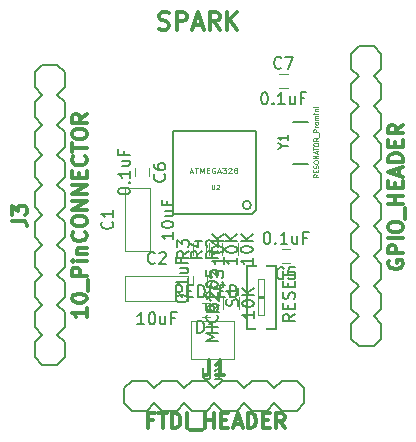
<source format=gto>
G04 #@! TF.FileFunction,Legend,Top*
%FSLAX46Y46*%
G04 Gerber Fmt 4.6, Leading zero omitted, Abs format (unit mm)*
G04 Created by KiCad (PCBNEW 4.0.6) date 06/21/17 15:37:03*
%MOMM*%
%LPD*%
G01*
G04 APERTURE LIST*
%ADD10C,0.100000*%
%ADD11C,0.300000*%
%ADD12C,0.120000*%
%ADD13C,0.203200*%
%ADD14C,0.050000*%
%ADD15C,0.152400*%
%ADD16C,0.150000*%
%ADD17C,0.317500*%
%ADD18C,0.101600*%
%ADD19C,0.200000*%
G04 APERTURE END LIST*
D10*
D11*
X143140052Y-93367943D02*
X143354338Y-93439371D01*
X143711481Y-93439371D01*
X143854338Y-93367943D01*
X143925767Y-93296514D01*
X143997195Y-93153657D01*
X143997195Y-93010800D01*
X143925767Y-92867943D01*
X143854338Y-92796514D01*
X143711481Y-92725086D01*
X143425767Y-92653657D01*
X143282909Y-92582229D01*
X143211481Y-92510800D01*
X143140052Y-92367943D01*
X143140052Y-92225086D01*
X143211481Y-92082229D01*
X143282909Y-92010800D01*
X143425767Y-91939371D01*
X143782909Y-91939371D01*
X143997195Y-92010800D01*
X144640052Y-93439371D02*
X144640052Y-91939371D01*
X145211480Y-91939371D01*
X145354338Y-92010800D01*
X145425766Y-92082229D01*
X145497195Y-92225086D01*
X145497195Y-92439371D01*
X145425766Y-92582229D01*
X145354338Y-92653657D01*
X145211480Y-92725086D01*
X144640052Y-92725086D01*
X146068623Y-93010800D02*
X146782909Y-93010800D01*
X145925766Y-93439371D02*
X146425766Y-91939371D01*
X146925766Y-93439371D01*
X148282909Y-93439371D02*
X147782909Y-92725086D01*
X147425766Y-93439371D02*
X147425766Y-91939371D01*
X147997194Y-91939371D01*
X148140052Y-92010800D01*
X148211480Y-92082229D01*
X148282909Y-92225086D01*
X148282909Y-92439371D01*
X148211480Y-92582229D01*
X148140052Y-92653657D01*
X147997194Y-92725086D01*
X147425766Y-92725086D01*
X148925766Y-93439371D02*
X148925766Y-91939371D01*
X149782909Y-93439371D02*
X149140052Y-92582229D01*
X149782909Y-91939371D02*
X148925766Y-92796514D01*
D12*
X140300000Y-107910000D02*
X140300000Y-106870000D01*
X140300000Y-106870000D02*
X142400000Y-106870000D01*
X142400000Y-106870000D02*
X142400000Y-107900000D01*
X140300000Y-112170000D02*
X140300000Y-107920000D01*
X142400000Y-112170000D02*
X142400000Y-107920000D01*
X140300000Y-112170000D02*
X142400000Y-112170000D01*
X144560000Y-114320000D02*
X145600000Y-114320000D01*
X145600000Y-114320000D02*
X145600000Y-116420000D01*
X145600000Y-116420000D02*
X144570000Y-116420000D01*
X140300000Y-114320000D02*
X144550000Y-114320000D01*
X140300000Y-116420000D02*
X144550000Y-116420000D01*
X140300000Y-114320000D02*
X140300000Y-116420000D01*
X147210000Y-114270000D02*
X147210000Y-114970000D01*
X146010000Y-114970000D02*
X146010000Y-114270000D01*
X154230000Y-113210000D02*
X153530000Y-113210000D01*
X153530000Y-112010000D02*
X154230000Y-112010000D01*
X142330000Y-105160000D02*
X142330000Y-105860000D01*
X141130000Y-105860000D02*
X141130000Y-105160000D01*
X153320000Y-97190000D02*
X154020000Y-97190000D01*
X154020000Y-98390000D02*
X153320000Y-98390000D01*
X147470000Y-117740000D02*
X146770000Y-117740000D01*
X146770000Y-116540000D02*
X147470000Y-116540000D01*
D13*
X152900000Y-123785000D02*
X153535000Y-123150000D01*
X153535000Y-123150000D02*
X154805000Y-123150000D01*
X154805000Y-123150000D02*
X155440000Y-123785000D01*
X155440000Y-125055000D02*
X154805000Y-125690000D01*
X154805000Y-125690000D02*
X153535000Y-125690000D01*
X153535000Y-125690000D02*
X152900000Y-125055000D01*
X148455000Y-123150000D02*
X149725000Y-123150000D01*
X149725000Y-123150000D02*
X150360000Y-123785000D01*
X150360000Y-125055000D02*
X149725000Y-125690000D01*
X150360000Y-123785000D02*
X150995000Y-123150000D01*
X150995000Y-123150000D02*
X152265000Y-123150000D01*
X152265000Y-123150000D02*
X152900000Y-123785000D01*
X152900000Y-125055000D02*
X152265000Y-125690000D01*
X152265000Y-125690000D02*
X150995000Y-125690000D01*
X150995000Y-125690000D02*
X150360000Y-125055000D01*
X145280000Y-123785000D02*
X145915000Y-123150000D01*
X145915000Y-123150000D02*
X147185000Y-123150000D01*
X147185000Y-123150000D02*
X147820000Y-123785000D01*
X147820000Y-125055000D02*
X147185000Y-125690000D01*
X147185000Y-125690000D02*
X145915000Y-125690000D01*
X145915000Y-125690000D02*
X145280000Y-125055000D01*
X148455000Y-123150000D02*
X147820000Y-123785000D01*
X147820000Y-125055000D02*
X148455000Y-125690000D01*
X149725000Y-125690000D02*
X148455000Y-125690000D01*
X140835000Y-123150000D02*
X142105000Y-123150000D01*
X142105000Y-123150000D02*
X142740000Y-123785000D01*
X142740000Y-125055000D02*
X142105000Y-125690000D01*
X142740000Y-123785000D02*
X143375000Y-123150000D01*
X143375000Y-123150000D02*
X144645000Y-123150000D01*
X144645000Y-123150000D02*
X145280000Y-123785000D01*
X145280000Y-125055000D02*
X144645000Y-125690000D01*
X144645000Y-125690000D02*
X143375000Y-125690000D01*
X143375000Y-125690000D02*
X142740000Y-125055000D01*
X140200000Y-123785000D02*
X140200000Y-125055000D01*
X140835000Y-123150000D02*
X140200000Y-123785000D01*
X140200000Y-125055000D02*
X140835000Y-125690000D01*
X142105000Y-125690000D02*
X140835000Y-125690000D01*
X155440000Y-123785000D02*
X155440000Y-125055000D01*
X159410000Y-104375000D02*
X159410000Y-103105000D01*
X159410000Y-103105000D02*
X160045000Y-102470000D01*
X161315000Y-102470000D02*
X161950000Y-103105000D01*
X160045000Y-107550000D02*
X159410000Y-106915000D01*
X159410000Y-106915000D02*
X159410000Y-105645000D01*
X159410000Y-105645000D02*
X160045000Y-105010000D01*
X161315000Y-105010000D02*
X161950000Y-105645000D01*
X161950000Y-105645000D02*
X161950000Y-106915000D01*
X161950000Y-106915000D02*
X161315000Y-107550000D01*
X159410000Y-104375000D02*
X160045000Y-105010000D01*
X161315000Y-105010000D02*
X161950000Y-104375000D01*
X161950000Y-103105000D02*
X161950000Y-104375000D01*
X159410000Y-111995000D02*
X159410000Y-110725000D01*
X159410000Y-110725000D02*
X160045000Y-110090000D01*
X161315000Y-110090000D02*
X161950000Y-110725000D01*
X160045000Y-110090000D02*
X159410000Y-109455000D01*
X159410000Y-109455000D02*
X159410000Y-108185000D01*
X159410000Y-108185000D02*
X160045000Y-107550000D01*
X161315000Y-107550000D02*
X161950000Y-108185000D01*
X161950000Y-108185000D02*
X161950000Y-109455000D01*
X161950000Y-109455000D02*
X161315000Y-110090000D01*
X160045000Y-115170000D02*
X159410000Y-114535000D01*
X159410000Y-114535000D02*
X159410000Y-113265000D01*
X159410000Y-113265000D02*
X160045000Y-112630000D01*
X161315000Y-112630000D02*
X161950000Y-113265000D01*
X161950000Y-113265000D02*
X161950000Y-114535000D01*
X161950000Y-114535000D02*
X161315000Y-115170000D01*
X159410000Y-111995000D02*
X160045000Y-112630000D01*
X161315000Y-112630000D02*
X161950000Y-111995000D01*
X161950000Y-110725000D02*
X161950000Y-111995000D01*
X159410000Y-119615000D02*
X159410000Y-118345000D01*
X159410000Y-118345000D02*
X160045000Y-117710000D01*
X161315000Y-117710000D02*
X161950000Y-118345000D01*
X160045000Y-117710000D02*
X159410000Y-117075000D01*
X159410000Y-117075000D02*
X159410000Y-115805000D01*
X159410000Y-115805000D02*
X160045000Y-115170000D01*
X161315000Y-115170000D02*
X161950000Y-115805000D01*
X161950000Y-115805000D02*
X161950000Y-117075000D01*
X161950000Y-117075000D02*
X161315000Y-117710000D01*
X160045000Y-120250000D02*
X161315000Y-120250000D01*
X159410000Y-119615000D02*
X160045000Y-120250000D01*
X161315000Y-120250000D02*
X161950000Y-119615000D01*
X161950000Y-118345000D02*
X161950000Y-119615000D01*
X159410000Y-101835000D02*
X159410000Y-100565000D01*
X159410000Y-100565000D02*
X160045000Y-99930000D01*
X161315000Y-99930000D02*
X161950000Y-100565000D01*
X159410000Y-101835000D02*
X160045000Y-102470000D01*
X161315000Y-102470000D02*
X161950000Y-101835000D01*
X161950000Y-100565000D02*
X161950000Y-101835000D01*
X159410000Y-99295000D02*
X159410000Y-98025000D01*
X159410000Y-98025000D02*
X160045000Y-97390000D01*
X161315000Y-97390000D02*
X161950000Y-98025000D01*
X159410000Y-99295000D02*
X160045000Y-99930000D01*
X161315000Y-99930000D02*
X161950000Y-99295000D01*
X161950000Y-98025000D02*
X161950000Y-99295000D01*
X159410000Y-96755000D02*
X159410000Y-95485000D01*
X159410000Y-95485000D02*
X160045000Y-94850000D01*
X160045000Y-94850000D02*
X161315000Y-94850000D01*
X161315000Y-94850000D02*
X161950000Y-95485000D01*
X159410000Y-96755000D02*
X160045000Y-97390000D01*
X161315000Y-97390000D02*
X161950000Y-96755000D01*
X161950000Y-95485000D02*
X161950000Y-96755000D01*
X132630000Y-105935000D02*
X132630000Y-104665000D01*
X132630000Y-104665000D02*
X133265000Y-104030000D01*
X134535000Y-104030000D02*
X135170000Y-104665000D01*
X133265000Y-109110000D02*
X132630000Y-108475000D01*
X132630000Y-108475000D02*
X132630000Y-107205000D01*
X132630000Y-107205000D02*
X133265000Y-106570000D01*
X134535000Y-106570000D02*
X135170000Y-107205000D01*
X135170000Y-107205000D02*
X135170000Y-108475000D01*
X135170000Y-108475000D02*
X134535000Y-109110000D01*
X132630000Y-105935000D02*
X133265000Y-106570000D01*
X134535000Y-106570000D02*
X135170000Y-105935000D01*
X135170000Y-104665000D02*
X135170000Y-105935000D01*
X132630000Y-113555000D02*
X132630000Y-112285000D01*
X132630000Y-112285000D02*
X133265000Y-111650000D01*
X134535000Y-111650000D02*
X135170000Y-112285000D01*
X133265000Y-111650000D02*
X132630000Y-111015000D01*
X132630000Y-111015000D02*
X132630000Y-109745000D01*
X132630000Y-109745000D02*
X133265000Y-109110000D01*
X134535000Y-109110000D02*
X135170000Y-109745000D01*
X135170000Y-109745000D02*
X135170000Y-111015000D01*
X135170000Y-111015000D02*
X134535000Y-111650000D01*
X133265000Y-116730000D02*
X132630000Y-116095000D01*
X132630000Y-116095000D02*
X132630000Y-114825000D01*
X132630000Y-114825000D02*
X133265000Y-114190000D01*
X134535000Y-114190000D02*
X135170000Y-114825000D01*
X135170000Y-114825000D02*
X135170000Y-116095000D01*
X135170000Y-116095000D02*
X134535000Y-116730000D01*
X132630000Y-113555000D02*
X133265000Y-114190000D01*
X134535000Y-114190000D02*
X135170000Y-113555000D01*
X135170000Y-112285000D02*
X135170000Y-113555000D01*
X132630000Y-121175000D02*
X132630000Y-119905000D01*
X132630000Y-119905000D02*
X133265000Y-119270000D01*
X134535000Y-119270000D02*
X135170000Y-119905000D01*
X133265000Y-119270000D02*
X132630000Y-118635000D01*
X132630000Y-118635000D02*
X132630000Y-117365000D01*
X132630000Y-117365000D02*
X133265000Y-116730000D01*
X134535000Y-116730000D02*
X135170000Y-117365000D01*
X135170000Y-117365000D02*
X135170000Y-118635000D01*
X135170000Y-118635000D02*
X134535000Y-119270000D01*
X133265000Y-121810000D02*
X134535000Y-121810000D01*
X132630000Y-121175000D02*
X133265000Y-121810000D01*
X134535000Y-121810000D02*
X135170000Y-121175000D01*
X135170000Y-119905000D02*
X135170000Y-121175000D01*
X132630000Y-103395000D02*
X132630000Y-102125000D01*
X132630000Y-102125000D02*
X133265000Y-101490000D01*
X134535000Y-101490000D02*
X135170000Y-102125000D01*
X132630000Y-103395000D02*
X133265000Y-104030000D01*
X134535000Y-104030000D02*
X135170000Y-103395000D01*
X135170000Y-102125000D02*
X135170000Y-103395000D01*
X132630000Y-100855000D02*
X132630000Y-99585000D01*
X132630000Y-99585000D02*
X133265000Y-98950000D01*
X134535000Y-98950000D02*
X135170000Y-99585000D01*
X132630000Y-100855000D02*
X133265000Y-101490000D01*
X134535000Y-101490000D02*
X135170000Y-100855000D01*
X135170000Y-99585000D02*
X135170000Y-100855000D01*
X132630000Y-98315000D02*
X132630000Y-97045000D01*
X132630000Y-97045000D02*
X133265000Y-96410000D01*
X133265000Y-96410000D02*
X134535000Y-96410000D01*
X134535000Y-96410000D02*
X135170000Y-97045000D01*
X132630000Y-98315000D02*
X133265000Y-98950000D01*
X134535000Y-98950000D02*
X135170000Y-98315000D01*
X135170000Y-97045000D02*
X135170000Y-98315000D01*
D12*
X149910000Y-116100000D02*
X149910000Y-117100000D01*
X148550000Y-117100000D02*
X148550000Y-116100000D01*
X149790000Y-111540000D02*
X149790000Y-112540000D01*
X148430000Y-112540000D02*
X148430000Y-111540000D01*
X147340000Y-111510000D02*
X147340000Y-112510000D01*
X145980000Y-112510000D02*
X145980000Y-111510000D01*
X148490000Y-111540000D02*
X148490000Y-112540000D01*
X147130000Y-112540000D02*
X147130000Y-111540000D01*
D14*
X151530000Y-116150000D02*
X152010000Y-116150000D01*
X151530000Y-115970000D02*
X152000000Y-115970000D01*
X151520000Y-116060000D02*
X152010000Y-116060000D01*
X151520000Y-117560000D02*
X151520000Y-114570000D01*
X151520000Y-114570000D02*
X152010000Y-114570000D01*
X152010000Y-114570000D02*
X152020000Y-117570000D01*
X152020000Y-117570000D02*
X151520000Y-117570000D01*
X152210000Y-113450000D02*
X152960000Y-113450000D01*
X152960000Y-113450000D02*
X152960000Y-118680000D01*
X152960000Y-118680000D02*
X152220000Y-118680000D01*
X150500000Y-113370000D02*
X151330000Y-113370000D01*
X151290000Y-118700000D02*
X150570000Y-118700000D01*
X150570000Y-118700000D02*
X150570000Y-113450000D01*
X150570000Y-113450000D02*
X151330000Y-113450000D01*
X151280000Y-118760000D02*
X150510000Y-118760000D01*
X150510000Y-118760000D02*
X150500000Y-113370000D01*
X153030000Y-118760000D02*
X152210000Y-118760000D01*
X153030000Y-118760000D02*
X153040000Y-113370000D01*
X153040000Y-113370000D02*
X152220000Y-113370000D01*
X149490000Y-121310000D02*
X145870000Y-121310000D01*
X145870000Y-121310000D02*
X145880000Y-118090000D01*
X145880000Y-118090000D02*
X149470000Y-118100000D01*
X149470000Y-118100000D02*
X149470000Y-121290000D01*
X149510000Y-121290000D02*
X149510000Y-121350000D01*
X149510000Y-121350000D02*
X145850000Y-121340000D01*
X149510000Y-121300000D02*
X149500000Y-118080000D01*
X149500000Y-118080000D02*
X148550000Y-118070000D01*
X148550000Y-118070000D02*
X145850000Y-118070000D01*
X145850000Y-118070000D02*
X145850000Y-121310000D01*
D15*
X144327340Y-109042660D02*
X144327340Y-102037340D01*
X144327340Y-102037340D02*
X151332660Y-102037340D01*
X151332660Y-102037340D02*
X151332660Y-108689600D01*
X150979600Y-109042660D02*
X144327340Y-109042660D01*
X150979600Y-109042660D02*
X151332660Y-108689600D01*
X150931340Y-108283200D02*
G75*
G03X150931340Y-108283200I-358140J0D01*
G01*
D13*
X154482300Y-101241680D02*
X155777700Y-101241680D01*
X155777700Y-104838320D02*
X154482300Y-104838320D01*
D16*
X139157143Y-109686666D02*
X139204762Y-109734285D01*
X139252381Y-109877142D01*
X139252381Y-109972380D01*
X139204762Y-110115238D01*
X139109524Y-110210476D01*
X139014286Y-110258095D01*
X138823810Y-110305714D01*
X138680952Y-110305714D01*
X138490476Y-110258095D01*
X138395238Y-110210476D01*
X138300000Y-110115238D01*
X138252381Y-109972380D01*
X138252381Y-109877142D01*
X138300000Y-109734285D01*
X138347619Y-109686666D01*
X139252381Y-108734285D02*
X139252381Y-109305714D01*
X139252381Y-109020000D02*
X138252381Y-109020000D01*
X138395238Y-109115238D01*
X138490476Y-109210476D01*
X138538095Y-109305714D01*
X144352381Y-110591428D02*
X144352381Y-111162857D01*
X144352381Y-110877143D02*
X143352381Y-110877143D01*
X143495238Y-110972381D01*
X143590476Y-111067619D01*
X143638095Y-111162857D01*
X143352381Y-109972381D02*
X143352381Y-109877142D01*
X143400000Y-109781904D01*
X143447619Y-109734285D01*
X143542857Y-109686666D01*
X143733333Y-109639047D01*
X143971429Y-109639047D01*
X144161905Y-109686666D01*
X144257143Y-109734285D01*
X144304762Y-109781904D01*
X144352381Y-109877142D01*
X144352381Y-109972381D01*
X144304762Y-110067619D01*
X144257143Y-110115238D01*
X144161905Y-110162857D01*
X143971429Y-110210476D01*
X143733333Y-110210476D01*
X143542857Y-110162857D01*
X143447619Y-110115238D01*
X143400000Y-110067619D01*
X143352381Y-109972381D01*
X143685714Y-108781904D02*
X144352381Y-108781904D01*
X143685714Y-109210476D02*
X144209524Y-109210476D01*
X144304762Y-109162857D01*
X144352381Y-109067619D01*
X144352381Y-108924761D01*
X144304762Y-108829523D01*
X144257143Y-108781904D01*
X143828571Y-107972380D02*
X143828571Y-108305714D01*
X144352381Y-108305714D02*
X143352381Y-108305714D01*
X143352381Y-107829523D01*
X142783334Y-113177143D02*
X142735715Y-113224762D01*
X142592858Y-113272381D01*
X142497620Y-113272381D01*
X142354762Y-113224762D01*
X142259524Y-113129524D01*
X142211905Y-113034286D01*
X142164286Y-112843810D01*
X142164286Y-112700952D01*
X142211905Y-112510476D01*
X142259524Y-112415238D01*
X142354762Y-112320000D01*
X142497620Y-112272381D01*
X142592858Y-112272381D01*
X142735715Y-112320000D01*
X142783334Y-112367619D01*
X143164286Y-112367619D02*
X143211905Y-112320000D01*
X143307143Y-112272381D01*
X143545239Y-112272381D01*
X143640477Y-112320000D01*
X143688096Y-112367619D01*
X143735715Y-112462857D01*
X143735715Y-112558095D01*
X143688096Y-112700952D01*
X143116667Y-113272381D01*
X143735715Y-113272381D01*
X141878572Y-118372381D02*
X141307143Y-118372381D01*
X141592857Y-118372381D02*
X141592857Y-117372381D01*
X141497619Y-117515238D01*
X141402381Y-117610476D01*
X141307143Y-117658095D01*
X142497619Y-117372381D02*
X142592858Y-117372381D01*
X142688096Y-117420000D01*
X142735715Y-117467619D01*
X142783334Y-117562857D01*
X142830953Y-117753333D01*
X142830953Y-117991429D01*
X142783334Y-118181905D01*
X142735715Y-118277143D01*
X142688096Y-118324762D01*
X142592858Y-118372381D01*
X142497619Y-118372381D01*
X142402381Y-118324762D01*
X142354762Y-118277143D01*
X142307143Y-118181905D01*
X142259524Y-117991429D01*
X142259524Y-117753333D01*
X142307143Y-117562857D01*
X142354762Y-117467619D01*
X142402381Y-117420000D01*
X142497619Y-117372381D01*
X143688096Y-117705714D02*
X143688096Y-118372381D01*
X143259524Y-117705714D02*
X143259524Y-118229524D01*
X143307143Y-118324762D01*
X143402381Y-118372381D01*
X143545239Y-118372381D01*
X143640477Y-118324762D01*
X143688096Y-118277143D01*
X144497620Y-117848571D02*
X144164286Y-117848571D01*
X144164286Y-118372381D02*
X144164286Y-117372381D01*
X144640477Y-117372381D01*
X148467143Y-114786666D02*
X148514762Y-114834285D01*
X148562381Y-114977142D01*
X148562381Y-115072380D01*
X148514762Y-115215238D01*
X148419524Y-115310476D01*
X148324286Y-115358095D01*
X148133810Y-115405714D01*
X147990952Y-115405714D01*
X147800476Y-115358095D01*
X147705238Y-115310476D01*
X147610000Y-115215238D01*
X147562381Y-115072380D01*
X147562381Y-114977142D01*
X147610000Y-114834285D01*
X147657619Y-114786666D01*
X147562381Y-114453333D02*
X147562381Y-113834285D01*
X147943333Y-114167619D01*
X147943333Y-114024761D01*
X147990952Y-113929523D01*
X148038571Y-113881904D01*
X148133810Y-113834285D01*
X148371905Y-113834285D01*
X148467143Y-113881904D01*
X148514762Y-113929523D01*
X148562381Y-114024761D01*
X148562381Y-114310476D01*
X148514762Y-114405714D01*
X148467143Y-114453333D01*
X144562381Y-116262857D02*
X144562381Y-116167618D01*
X144610000Y-116072380D01*
X144657619Y-116024761D01*
X144752857Y-115977142D01*
X144943333Y-115929523D01*
X145181429Y-115929523D01*
X145371905Y-115977142D01*
X145467143Y-116024761D01*
X145514762Y-116072380D01*
X145562381Y-116167618D01*
X145562381Y-116262857D01*
X145514762Y-116358095D01*
X145467143Y-116405714D01*
X145371905Y-116453333D01*
X145181429Y-116500952D01*
X144943333Y-116500952D01*
X144752857Y-116453333D01*
X144657619Y-116405714D01*
X144610000Y-116358095D01*
X144562381Y-116262857D01*
X145467143Y-115500952D02*
X145514762Y-115453333D01*
X145562381Y-115500952D01*
X145514762Y-115548571D01*
X145467143Y-115500952D01*
X145562381Y-115500952D01*
X145562381Y-114500952D02*
X145562381Y-115072381D01*
X145562381Y-114786667D02*
X144562381Y-114786667D01*
X144705238Y-114881905D01*
X144800476Y-114977143D01*
X144848095Y-115072381D01*
X144895714Y-113643809D02*
X145562381Y-113643809D01*
X144895714Y-114072381D02*
X145419524Y-114072381D01*
X145514762Y-114024762D01*
X145562381Y-113929524D01*
X145562381Y-113786666D01*
X145514762Y-113691428D01*
X145467143Y-113643809D01*
X145038571Y-112834285D02*
X145038571Y-113167619D01*
X145562381Y-113167619D02*
X144562381Y-113167619D01*
X144562381Y-112691428D01*
X153713334Y-114467143D02*
X153665715Y-114514762D01*
X153522858Y-114562381D01*
X153427620Y-114562381D01*
X153284762Y-114514762D01*
X153189524Y-114419524D01*
X153141905Y-114324286D01*
X153094286Y-114133810D01*
X153094286Y-113990952D01*
X153141905Y-113800476D01*
X153189524Y-113705238D01*
X153284762Y-113610000D01*
X153427620Y-113562381D01*
X153522858Y-113562381D01*
X153665715Y-113610000D01*
X153713334Y-113657619D01*
X154618096Y-113562381D02*
X154141905Y-113562381D01*
X154094286Y-114038571D01*
X154141905Y-113990952D01*
X154237143Y-113943333D01*
X154475239Y-113943333D01*
X154570477Y-113990952D01*
X154618096Y-114038571D01*
X154665715Y-114133810D01*
X154665715Y-114371905D01*
X154618096Y-114467143D01*
X154570477Y-114514762D01*
X154475239Y-114562381D01*
X154237143Y-114562381D01*
X154141905Y-114514762D01*
X154094286Y-114467143D01*
X152237143Y-110562381D02*
X152332382Y-110562381D01*
X152427620Y-110610000D01*
X152475239Y-110657619D01*
X152522858Y-110752857D01*
X152570477Y-110943333D01*
X152570477Y-111181429D01*
X152522858Y-111371905D01*
X152475239Y-111467143D01*
X152427620Y-111514762D01*
X152332382Y-111562381D01*
X152237143Y-111562381D01*
X152141905Y-111514762D01*
X152094286Y-111467143D01*
X152046667Y-111371905D01*
X151999048Y-111181429D01*
X151999048Y-110943333D01*
X152046667Y-110752857D01*
X152094286Y-110657619D01*
X152141905Y-110610000D01*
X152237143Y-110562381D01*
X152999048Y-111467143D02*
X153046667Y-111514762D01*
X152999048Y-111562381D01*
X152951429Y-111514762D01*
X152999048Y-111467143D01*
X152999048Y-111562381D01*
X153999048Y-111562381D02*
X153427619Y-111562381D01*
X153713333Y-111562381D02*
X153713333Y-110562381D01*
X153618095Y-110705238D01*
X153522857Y-110800476D01*
X153427619Y-110848095D01*
X154856191Y-110895714D02*
X154856191Y-111562381D01*
X154427619Y-110895714D02*
X154427619Y-111419524D01*
X154475238Y-111514762D01*
X154570476Y-111562381D01*
X154713334Y-111562381D01*
X154808572Y-111514762D01*
X154856191Y-111467143D01*
X155665715Y-111038571D02*
X155332381Y-111038571D01*
X155332381Y-111562381D02*
X155332381Y-110562381D01*
X155808572Y-110562381D01*
X143587143Y-105676666D02*
X143634762Y-105724285D01*
X143682381Y-105867142D01*
X143682381Y-105962380D01*
X143634762Y-106105238D01*
X143539524Y-106200476D01*
X143444286Y-106248095D01*
X143253810Y-106295714D01*
X143110952Y-106295714D01*
X142920476Y-106248095D01*
X142825238Y-106200476D01*
X142730000Y-106105238D01*
X142682381Y-105962380D01*
X142682381Y-105867142D01*
X142730000Y-105724285D01*
X142777619Y-105676666D01*
X142682381Y-104819523D02*
X142682381Y-105010000D01*
X142730000Y-105105238D01*
X142777619Y-105152857D01*
X142920476Y-105248095D01*
X143110952Y-105295714D01*
X143491905Y-105295714D01*
X143587143Y-105248095D01*
X143634762Y-105200476D01*
X143682381Y-105105238D01*
X143682381Y-104914761D01*
X143634762Y-104819523D01*
X143587143Y-104771904D01*
X143491905Y-104724285D01*
X143253810Y-104724285D01*
X143158571Y-104771904D01*
X143110952Y-104819523D01*
X143063333Y-104914761D01*
X143063333Y-105105238D01*
X143110952Y-105200476D01*
X143158571Y-105248095D01*
X143253810Y-105295714D01*
X139682381Y-107152857D02*
X139682381Y-107057618D01*
X139730000Y-106962380D01*
X139777619Y-106914761D01*
X139872857Y-106867142D01*
X140063333Y-106819523D01*
X140301429Y-106819523D01*
X140491905Y-106867142D01*
X140587143Y-106914761D01*
X140634762Y-106962380D01*
X140682381Y-107057618D01*
X140682381Y-107152857D01*
X140634762Y-107248095D01*
X140587143Y-107295714D01*
X140491905Y-107343333D01*
X140301429Y-107390952D01*
X140063333Y-107390952D01*
X139872857Y-107343333D01*
X139777619Y-107295714D01*
X139730000Y-107248095D01*
X139682381Y-107152857D01*
X140587143Y-106390952D02*
X140634762Y-106343333D01*
X140682381Y-106390952D01*
X140634762Y-106438571D01*
X140587143Y-106390952D01*
X140682381Y-106390952D01*
X140682381Y-105390952D02*
X140682381Y-105962381D01*
X140682381Y-105676667D02*
X139682381Y-105676667D01*
X139825238Y-105771905D01*
X139920476Y-105867143D01*
X139968095Y-105962381D01*
X140015714Y-104533809D02*
X140682381Y-104533809D01*
X140015714Y-104962381D02*
X140539524Y-104962381D01*
X140634762Y-104914762D01*
X140682381Y-104819524D01*
X140682381Y-104676666D01*
X140634762Y-104581428D01*
X140587143Y-104533809D01*
X140158571Y-103724285D02*
X140158571Y-104057619D01*
X140682381Y-104057619D02*
X139682381Y-104057619D01*
X139682381Y-103581428D01*
X153503334Y-96647143D02*
X153455715Y-96694762D01*
X153312858Y-96742381D01*
X153217620Y-96742381D01*
X153074762Y-96694762D01*
X152979524Y-96599524D01*
X152931905Y-96504286D01*
X152884286Y-96313810D01*
X152884286Y-96170952D01*
X152931905Y-95980476D01*
X152979524Y-95885238D01*
X153074762Y-95790000D01*
X153217620Y-95742381D01*
X153312858Y-95742381D01*
X153455715Y-95790000D01*
X153503334Y-95837619D01*
X153836667Y-95742381D02*
X154503334Y-95742381D01*
X154074762Y-96742381D01*
X152027143Y-98742381D02*
X152122382Y-98742381D01*
X152217620Y-98790000D01*
X152265239Y-98837619D01*
X152312858Y-98932857D01*
X152360477Y-99123333D01*
X152360477Y-99361429D01*
X152312858Y-99551905D01*
X152265239Y-99647143D01*
X152217620Y-99694762D01*
X152122382Y-99742381D01*
X152027143Y-99742381D01*
X151931905Y-99694762D01*
X151884286Y-99647143D01*
X151836667Y-99551905D01*
X151789048Y-99361429D01*
X151789048Y-99123333D01*
X151836667Y-98932857D01*
X151884286Y-98837619D01*
X151931905Y-98790000D01*
X152027143Y-98742381D01*
X152789048Y-99647143D02*
X152836667Y-99694762D01*
X152789048Y-99742381D01*
X152741429Y-99694762D01*
X152789048Y-99647143D01*
X152789048Y-99742381D01*
X153789048Y-99742381D02*
X153217619Y-99742381D01*
X153503333Y-99742381D02*
X153503333Y-98742381D01*
X153408095Y-98885238D01*
X153312857Y-98980476D01*
X153217619Y-99028095D01*
X154646191Y-99075714D02*
X154646191Y-99742381D01*
X154217619Y-99075714D02*
X154217619Y-99599524D01*
X154265238Y-99694762D01*
X154360476Y-99742381D01*
X154503334Y-99742381D01*
X154598572Y-99694762D01*
X154646191Y-99647143D01*
X155455715Y-99218571D02*
X155122381Y-99218571D01*
X155122381Y-99742381D02*
X155122381Y-98742381D01*
X155598572Y-98742381D01*
X146381905Y-119092381D02*
X146381905Y-118092381D01*
X146620000Y-118092381D01*
X146762858Y-118140000D01*
X146858096Y-118235238D01*
X146905715Y-118330476D01*
X146953334Y-118520952D01*
X146953334Y-118663810D01*
X146905715Y-118854286D01*
X146858096Y-118949524D01*
X146762858Y-119044762D01*
X146620000Y-119092381D01*
X146381905Y-119092381D01*
X147905715Y-119092381D02*
X147334286Y-119092381D01*
X147620000Y-119092381D02*
X147620000Y-118092381D01*
X147524762Y-118235238D01*
X147429524Y-118330476D01*
X147334286Y-118378095D01*
X145120000Y-116092381D02*
X144786666Y-115616190D01*
X144548571Y-116092381D02*
X144548571Y-115092381D01*
X144929524Y-115092381D01*
X145024762Y-115140000D01*
X145072381Y-115187619D01*
X145120000Y-115282857D01*
X145120000Y-115425714D01*
X145072381Y-115520952D01*
X145024762Y-115568571D01*
X144929524Y-115616190D01*
X144548571Y-115616190D01*
X145548571Y-115568571D02*
X145881905Y-115568571D01*
X146024762Y-116092381D02*
X145548571Y-116092381D01*
X145548571Y-115092381D01*
X146024762Y-115092381D01*
X146453333Y-116092381D02*
X146453333Y-115092381D01*
X146691428Y-115092381D01*
X146834286Y-115140000D01*
X146929524Y-115235238D01*
X146977143Y-115330476D01*
X147024762Y-115520952D01*
X147024762Y-115663810D01*
X146977143Y-115854286D01*
X146929524Y-115949524D01*
X146834286Y-116044762D01*
X146691428Y-116092381D01*
X146453333Y-116092381D01*
X147929524Y-116092381D02*
X147453333Y-116092381D01*
X147453333Y-115092381D01*
X148262857Y-115568571D02*
X148596191Y-115568571D01*
X148739048Y-116092381D02*
X148262857Y-116092381D01*
X148262857Y-115092381D01*
X148739048Y-115092381D01*
X149167619Y-116092381D02*
X149167619Y-115092381D01*
X149405714Y-115092381D01*
X149548572Y-115140000D01*
X149643810Y-115235238D01*
X149691429Y-115330476D01*
X149739048Y-115520952D01*
X149739048Y-115663810D01*
X149691429Y-115854286D01*
X149643810Y-115949524D01*
X149548572Y-116044762D01*
X149405714Y-116092381D01*
X149167619Y-116092381D01*
D17*
X147406667Y-121434524D02*
X147406667Y-122341667D01*
X147346191Y-122523095D01*
X147225239Y-122644048D01*
X147043810Y-122704524D01*
X146922858Y-122704524D01*
X148676667Y-122704524D02*
X147950953Y-122704524D01*
X148313810Y-122704524D02*
X148313810Y-121434524D01*
X148192858Y-121615952D01*
X148071905Y-121736905D01*
X147950953Y-121797381D01*
X142587857Y-126509286D02*
X142164524Y-126509286D01*
X142164524Y-127174524D02*
X142164524Y-125904524D01*
X142769286Y-125904524D01*
X143071666Y-125904524D02*
X143797381Y-125904524D01*
X143434524Y-127174524D02*
X143434524Y-125904524D01*
X144220714Y-127174524D02*
X144220714Y-125904524D01*
X144523095Y-125904524D01*
X144704523Y-125965000D01*
X144825476Y-126085952D01*
X144885952Y-126206905D01*
X144946428Y-126448810D01*
X144946428Y-126630238D01*
X144885952Y-126872143D01*
X144825476Y-126993095D01*
X144704523Y-127114048D01*
X144523095Y-127174524D01*
X144220714Y-127174524D01*
X145490714Y-127174524D02*
X145490714Y-125904524D01*
X145793095Y-127295476D02*
X146760714Y-127295476D01*
X147063095Y-127174524D02*
X147063095Y-125904524D01*
X147063095Y-126509286D02*
X147788809Y-126509286D01*
X147788809Y-127174524D02*
X147788809Y-125904524D01*
X148393571Y-126509286D02*
X148816904Y-126509286D01*
X148998333Y-127174524D02*
X148393571Y-127174524D01*
X148393571Y-125904524D01*
X148998333Y-125904524D01*
X149482143Y-126811667D02*
X150086905Y-126811667D01*
X149361190Y-127174524D02*
X149784524Y-125904524D01*
X150207857Y-127174524D01*
X150631190Y-127174524D02*
X150631190Y-125904524D01*
X150933571Y-125904524D01*
X151114999Y-125965000D01*
X151235952Y-126085952D01*
X151296428Y-126206905D01*
X151356904Y-126448810D01*
X151356904Y-126630238D01*
X151296428Y-126872143D01*
X151235952Y-126993095D01*
X151114999Y-127114048D01*
X150933571Y-127174524D01*
X150631190Y-127174524D01*
X151901190Y-126509286D02*
X152324523Y-126509286D01*
X152505952Y-127174524D02*
X151901190Y-127174524D01*
X151901190Y-125904524D01*
X152505952Y-125904524D01*
X153775952Y-127174524D02*
X153352619Y-126569762D01*
X153050238Y-127174524D02*
X153050238Y-125904524D01*
X153534047Y-125904524D01*
X153655000Y-125965000D01*
X153715476Y-126025476D01*
X153775952Y-126146429D01*
X153775952Y-126327857D01*
X153715476Y-126448810D01*
X153655000Y-126509286D01*
X153534047Y-126569762D01*
X153050238Y-126569762D01*
X162595000Y-112982381D02*
X162534524Y-113103333D01*
X162534524Y-113284762D01*
X162595000Y-113466190D01*
X162715952Y-113587143D01*
X162836905Y-113647619D01*
X163078810Y-113708095D01*
X163260238Y-113708095D01*
X163502143Y-113647619D01*
X163623095Y-113587143D01*
X163744048Y-113466190D01*
X163804524Y-113284762D01*
X163804524Y-113163810D01*
X163744048Y-112982381D01*
X163683571Y-112921905D01*
X163260238Y-112921905D01*
X163260238Y-113163810D01*
X163804524Y-112377619D02*
X162534524Y-112377619D01*
X162534524Y-111893810D01*
X162595000Y-111772857D01*
X162655476Y-111712381D01*
X162776429Y-111651905D01*
X162957857Y-111651905D01*
X163078810Y-111712381D01*
X163139286Y-111772857D01*
X163199762Y-111893810D01*
X163199762Y-112377619D01*
X163804524Y-111107619D02*
X162534524Y-111107619D01*
X162534524Y-110260952D02*
X162534524Y-110019048D01*
X162595000Y-109898095D01*
X162715952Y-109777143D01*
X162957857Y-109716667D01*
X163381190Y-109716667D01*
X163623095Y-109777143D01*
X163744048Y-109898095D01*
X163804524Y-110019048D01*
X163804524Y-110260952D01*
X163744048Y-110381905D01*
X163623095Y-110502857D01*
X163381190Y-110563333D01*
X162957857Y-110563333D01*
X162715952Y-110502857D01*
X162595000Y-110381905D01*
X162534524Y-110260952D01*
X163925476Y-109474762D02*
X163925476Y-108507143D01*
X163804524Y-108204762D02*
X162534524Y-108204762D01*
X163139286Y-108204762D02*
X163139286Y-107479048D01*
X163804524Y-107479048D02*
X162534524Y-107479048D01*
X163139286Y-106874286D02*
X163139286Y-106450953D01*
X163804524Y-106269524D02*
X163804524Y-106874286D01*
X162534524Y-106874286D01*
X162534524Y-106269524D01*
X163441667Y-105785714D02*
X163441667Y-105180952D01*
X163804524Y-105906667D02*
X162534524Y-105483333D01*
X163804524Y-105060000D01*
X163804524Y-104636667D02*
X162534524Y-104636667D01*
X162534524Y-104334286D01*
X162595000Y-104152858D01*
X162715952Y-104031905D01*
X162836905Y-103971429D01*
X163078810Y-103910953D01*
X163260238Y-103910953D01*
X163502143Y-103971429D01*
X163623095Y-104031905D01*
X163744048Y-104152858D01*
X163804524Y-104334286D01*
X163804524Y-104636667D01*
X163139286Y-103366667D02*
X163139286Y-102943334D01*
X163804524Y-102761905D02*
X163804524Y-103366667D01*
X162534524Y-103366667D01*
X162534524Y-102761905D01*
X163804524Y-101491905D02*
X163199762Y-101915238D01*
X163804524Y-102217619D02*
X162534524Y-102217619D01*
X162534524Y-101733810D01*
X162595000Y-101612857D01*
X162655476Y-101552381D01*
X162776429Y-101491905D01*
X162957857Y-101491905D01*
X163078810Y-101552381D01*
X163139286Y-101612857D01*
X163199762Y-101733810D01*
X163199762Y-102217619D01*
X130674524Y-109613333D02*
X131581667Y-109613333D01*
X131763095Y-109673809D01*
X131884048Y-109794761D01*
X131944524Y-109976190D01*
X131944524Y-110097142D01*
X130674524Y-109129523D02*
X130674524Y-108343333D01*
X131158333Y-108766666D01*
X131158333Y-108585238D01*
X131218810Y-108464285D01*
X131279286Y-108403809D01*
X131400238Y-108343333D01*
X131702619Y-108343333D01*
X131823571Y-108403809D01*
X131884048Y-108464285D01*
X131944524Y-108585238D01*
X131944524Y-108948095D01*
X131884048Y-109069047D01*
X131823571Y-109129523D01*
X137024524Y-117021905D02*
X137024524Y-117747619D01*
X137024524Y-117384762D02*
X135754524Y-117384762D01*
X135935952Y-117505714D01*
X136056905Y-117626667D01*
X136117381Y-117747619D01*
X135754524Y-116235714D02*
X135754524Y-116114762D01*
X135815000Y-115993810D01*
X135875476Y-115933333D01*
X135996429Y-115872857D01*
X136238333Y-115812381D01*
X136540714Y-115812381D01*
X136782619Y-115872857D01*
X136903571Y-115933333D01*
X136964048Y-115993810D01*
X137024524Y-116114762D01*
X137024524Y-116235714D01*
X136964048Y-116356667D01*
X136903571Y-116417143D01*
X136782619Y-116477619D01*
X136540714Y-116538095D01*
X136238333Y-116538095D01*
X135996429Y-116477619D01*
X135875476Y-116417143D01*
X135815000Y-116356667D01*
X135754524Y-116235714D01*
X137145476Y-115570476D02*
X137145476Y-114602857D01*
X137024524Y-114300476D02*
X135754524Y-114300476D01*
X135754524Y-113816667D01*
X135815000Y-113695714D01*
X135875476Y-113635238D01*
X135996429Y-113574762D01*
X136177857Y-113574762D01*
X136298810Y-113635238D01*
X136359286Y-113695714D01*
X136419762Y-113816667D01*
X136419762Y-114300476D01*
X137024524Y-113030476D02*
X136177857Y-113030476D01*
X135754524Y-113030476D02*
X135815000Y-113090952D01*
X135875476Y-113030476D01*
X135815000Y-112970000D01*
X135754524Y-113030476D01*
X135875476Y-113030476D01*
X136177857Y-112425714D02*
X137024524Y-112425714D01*
X136298810Y-112425714D02*
X136238333Y-112365238D01*
X136177857Y-112244285D01*
X136177857Y-112062857D01*
X136238333Y-111941905D01*
X136359286Y-111881428D01*
X137024524Y-111881428D01*
X136903571Y-110550952D02*
X136964048Y-110611428D01*
X137024524Y-110792857D01*
X137024524Y-110913809D01*
X136964048Y-111095237D01*
X136843095Y-111216190D01*
X136722143Y-111276666D01*
X136480238Y-111337142D01*
X136298810Y-111337142D01*
X136056905Y-111276666D01*
X135935952Y-111216190D01*
X135815000Y-111095237D01*
X135754524Y-110913809D01*
X135754524Y-110792857D01*
X135815000Y-110611428D01*
X135875476Y-110550952D01*
X135754524Y-109764761D02*
X135754524Y-109522857D01*
X135815000Y-109401904D01*
X135935952Y-109280952D01*
X136177857Y-109220476D01*
X136601190Y-109220476D01*
X136843095Y-109280952D01*
X136964048Y-109401904D01*
X137024524Y-109522857D01*
X137024524Y-109764761D01*
X136964048Y-109885714D01*
X136843095Y-110006666D01*
X136601190Y-110067142D01*
X136177857Y-110067142D01*
X135935952Y-110006666D01*
X135815000Y-109885714D01*
X135754524Y-109764761D01*
X137024524Y-108676190D02*
X135754524Y-108676190D01*
X137024524Y-107950476D01*
X135754524Y-107950476D01*
X137024524Y-107345714D02*
X135754524Y-107345714D01*
X137024524Y-106620000D01*
X135754524Y-106620000D01*
X136359286Y-106015238D02*
X136359286Y-105591905D01*
X137024524Y-105410476D02*
X137024524Y-106015238D01*
X135754524Y-106015238D01*
X135754524Y-105410476D01*
X136903571Y-104140476D02*
X136964048Y-104200952D01*
X137024524Y-104382381D01*
X137024524Y-104503333D01*
X136964048Y-104684761D01*
X136843095Y-104805714D01*
X136722143Y-104866190D01*
X136480238Y-104926666D01*
X136298810Y-104926666D01*
X136056905Y-104866190D01*
X135935952Y-104805714D01*
X135815000Y-104684761D01*
X135754524Y-104503333D01*
X135754524Y-104382381D01*
X135815000Y-104200952D01*
X135875476Y-104140476D01*
X135754524Y-103777619D02*
X135754524Y-103051904D01*
X137024524Y-103414761D02*
X135754524Y-103414761D01*
X135754524Y-102386666D02*
X135754524Y-102144762D01*
X135815000Y-102023809D01*
X135935952Y-101902857D01*
X136177857Y-101842381D01*
X136601190Y-101842381D01*
X136843095Y-101902857D01*
X136964048Y-102023809D01*
X137024524Y-102144762D01*
X137024524Y-102386666D01*
X136964048Y-102507619D01*
X136843095Y-102628571D01*
X136601190Y-102689047D01*
X136177857Y-102689047D01*
X135935952Y-102628571D01*
X135815000Y-102507619D01*
X135754524Y-102386666D01*
X137024524Y-100572381D02*
X136419762Y-100995714D01*
X137024524Y-101298095D02*
X135754524Y-101298095D01*
X135754524Y-100814286D01*
X135815000Y-100693333D01*
X135875476Y-100632857D01*
X135996429Y-100572381D01*
X136177857Y-100572381D01*
X136298810Y-100632857D01*
X136359286Y-100693333D01*
X136419762Y-100814286D01*
X136419762Y-101298095D01*
D16*
X148232381Y-116766666D02*
X147756190Y-117100000D01*
X148232381Y-117338095D02*
X147232381Y-117338095D01*
X147232381Y-116957142D01*
X147280000Y-116861904D01*
X147327619Y-116814285D01*
X147422857Y-116766666D01*
X147565714Y-116766666D01*
X147660952Y-116814285D01*
X147708571Y-116861904D01*
X147756190Y-116957142D01*
X147756190Y-117338095D01*
X148232381Y-115814285D02*
X148232381Y-116385714D01*
X148232381Y-116100000D02*
X147232381Y-116100000D01*
X147375238Y-116195238D01*
X147470476Y-116290476D01*
X147518095Y-116385714D01*
X151182381Y-117290476D02*
X151182381Y-117861905D01*
X151182381Y-117576191D02*
X150182381Y-117576191D01*
X150325238Y-117671429D01*
X150420476Y-117766667D01*
X150468095Y-117861905D01*
X150182381Y-116671429D02*
X150182381Y-116576190D01*
X150230000Y-116480952D01*
X150277619Y-116433333D01*
X150372857Y-116385714D01*
X150563333Y-116338095D01*
X150801429Y-116338095D01*
X150991905Y-116385714D01*
X151087143Y-116433333D01*
X151134762Y-116480952D01*
X151182381Y-116576190D01*
X151182381Y-116671429D01*
X151134762Y-116766667D01*
X151087143Y-116814286D01*
X150991905Y-116861905D01*
X150801429Y-116909524D01*
X150563333Y-116909524D01*
X150372857Y-116861905D01*
X150277619Y-116814286D01*
X150230000Y-116766667D01*
X150182381Y-116671429D01*
X151182381Y-115909524D02*
X150182381Y-115909524D01*
X151182381Y-115338095D02*
X150610952Y-115766667D01*
X150182381Y-115338095D02*
X150753810Y-115909524D01*
X148112381Y-112206666D02*
X147636190Y-112540000D01*
X148112381Y-112778095D02*
X147112381Y-112778095D01*
X147112381Y-112397142D01*
X147160000Y-112301904D01*
X147207619Y-112254285D01*
X147302857Y-112206666D01*
X147445714Y-112206666D01*
X147540952Y-112254285D01*
X147588571Y-112301904D01*
X147636190Y-112397142D01*
X147636190Y-112778095D01*
X147207619Y-111825714D02*
X147160000Y-111778095D01*
X147112381Y-111682857D01*
X147112381Y-111444761D01*
X147160000Y-111349523D01*
X147207619Y-111301904D01*
X147302857Y-111254285D01*
X147398095Y-111254285D01*
X147540952Y-111301904D01*
X148112381Y-111873333D01*
X148112381Y-111254285D01*
X151062381Y-112730476D02*
X151062381Y-113301905D01*
X151062381Y-113016191D02*
X150062381Y-113016191D01*
X150205238Y-113111429D01*
X150300476Y-113206667D01*
X150348095Y-113301905D01*
X150062381Y-112111429D02*
X150062381Y-112016190D01*
X150110000Y-111920952D01*
X150157619Y-111873333D01*
X150252857Y-111825714D01*
X150443333Y-111778095D01*
X150681429Y-111778095D01*
X150871905Y-111825714D01*
X150967143Y-111873333D01*
X151014762Y-111920952D01*
X151062381Y-112016190D01*
X151062381Y-112111429D01*
X151014762Y-112206667D01*
X150967143Y-112254286D01*
X150871905Y-112301905D01*
X150681429Y-112349524D01*
X150443333Y-112349524D01*
X150252857Y-112301905D01*
X150157619Y-112254286D01*
X150110000Y-112206667D01*
X150062381Y-112111429D01*
X151062381Y-111349524D02*
X150062381Y-111349524D01*
X151062381Y-110778095D02*
X150490952Y-111206667D01*
X150062381Y-110778095D02*
X150633810Y-111349524D01*
X145662381Y-112176666D02*
X145186190Y-112510000D01*
X145662381Y-112748095D02*
X144662381Y-112748095D01*
X144662381Y-112367142D01*
X144710000Y-112271904D01*
X144757619Y-112224285D01*
X144852857Y-112176666D01*
X144995714Y-112176666D01*
X145090952Y-112224285D01*
X145138571Y-112271904D01*
X145186190Y-112367142D01*
X145186190Y-112748095D01*
X144662381Y-111843333D02*
X144662381Y-111224285D01*
X145043333Y-111557619D01*
X145043333Y-111414761D01*
X145090952Y-111319523D01*
X145138571Y-111271904D01*
X145233810Y-111224285D01*
X145471905Y-111224285D01*
X145567143Y-111271904D01*
X145614762Y-111319523D01*
X145662381Y-111414761D01*
X145662381Y-111700476D01*
X145614762Y-111795714D01*
X145567143Y-111843333D01*
X148612381Y-112700476D02*
X148612381Y-113271905D01*
X148612381Y-112986191D02*
X147612381Y-112986191D01*
X147755238Y-113081429D01*
X147850476Y-113176667D01*
X147898095Y-113271905D01*
X147612381Y-112081429D02*
X147612381Y-111986190D01*
X147660000Y-111890952D01*
X147707619Y-111843333D01*
X147802857Y-111795714D01*
X147993333Y-111748095D01*
X148231429Y-111748095D01*
X148421905Y-111795714D01*
X148517143Y-111843333D01*
X148564762Y-111890952D01*
X148612381Y-111986190D01*
X148612381Y-112081429D01*
X148564762Y-112176667D01*
X148517143Y-112224286D01*
X148421905Y-112271905D01*
X148231429Y-112319524D01*
X147993333Y-112319524D01*
X147802857Y-112271905D01*
X147707619Y-112224286D01*
X147660000Y-112176667D01*
X147612381Y-112081429D01*
X148612381Y-111319524D02*
X147612381Y-111319524D01*
X148612381Y-110748095D02*
X148040952Y-111176667D01*
X147612381Y-110748095D02*
X148183810Y-111319524D01*
X146812381Y-112206666D02*
X146336190Y-112540000D01*
X146812381Y-112778095D02*
X145812381Y-112778095D01*
X145812381Y-112397142D01*
X145860000Y-112301904D01*
X145907619Y-112254285D01*
X146002857Y-112206666D01*
X146145714Y-112206666D01*
X146240952Y-112254285D01*
X146288571Y-112301904D01*
X146336190Y-112397142D01*
X146336190Y-112778095D01*
X146145714Y-111349523D02*
X146812381Y-111349523D01*
X145764762Y-111587619D02*
X146479048Y-111825714D01*
X146479048Y-111206666D01*
X149762381Y-112730476D02*
X149762381Y-113301905D01*
X149762381Y-113016191D02*
X148762381Y-113016191D01*
X148905238Y-113111429D01*
X149000476Y-113206667D01*
X149048095Y-113301905D01*
X148762381Y-112111429D02*
X148762381Y-112016190D01*
X148810000Y-111920952D01*
X148857619Y-111873333D01*
X148952857Y-111825714D01*
X149143333Y-111778095D01*
X149381429Y-111778095D01*
X149571905Y-111825714D01*
X149667143Y-111873333D01*
X149714762Y-111920952D01*
X149762381Y-112016190D01*
X149762381Y-112111429D01*
X149714762Y-112206667D01*
X149667143Y-112254286D01*
X149571905Y-112301905D01*
X149381429Y-112349524D01*
X149143333Y-112349524D01*
X148952857Y-112301905D01*
X148857619Y-112254286D01*
X148810000Y-112206667D01*
X148762381Y-112111429D01*
X149762381Y-111349524D02*
X148762381Y-111349524D01*
X149762381Y-110778095D02*
X149190952Y-111206667D01*
X148762381Y-110778095D02*
X149333810Y-111349524D01*
X149784762Y-116821905D02*
X149832381Y-116679048D01*
X149832381Y-116440952D01*
X149784762Y-116345714D01*
X149737143Y-116298095D01*
X149641905Y-116250476D01*
X149546667Y-116250476D01*
X149451429Y-116298095D01*
X149403810Y-116345714D01*
X149356190Y-116440952D01*
X149308571Y-116631429D01*
X149260952Y-116726667D01*
X149213333Y-116774286D01*
X149118095Y-116821905D01*
X149022857Y-116821905D01*
X148927619Y-116774286D01*
X148880000Y-116726667D01*
X148832381Y-116631429D01*
X148832381Y-116393333D01*
X148880000Y-116250476D01*
X149832381Y-115298095D02*
X149832381Y-115869524D01*
X149832381Y-115583810D02*
X148832381Y-115583810D01*
X148975238Y-115679048D01*
X149070476Y-115774286D01*
X149118095Y-115869524D01*
X154612381Y-117512381D02*
X154136190Y-117845715D01*
X154612381Y-118083810D02*
X153612381Y-118083810D01*
X153612381Y-117702857D01*
X153660000Y-117607619D01*
X153707619Y-117560000D01*
X153802857Y-117512381D01*
X153945714Y-117512381D01*
X154040952Y-117560000D01*
X154088571Y-117607619D01*
X154136190Y-117702857D01*
X154136190Y-118083810D01*
X154088571Y-117083810D02*
X154088571Y-116750476D01*
X154612381Y-116607619D02*
X154612381Y-117083810D01*
X153612381Y-117083810D01*
X153612381Y-116607619D01*
X154564762Y-116226667D02*
X154612381Y-116083810D01*
X154612381Y-115845714D01*
X154564762Y-115750476D01*
X154517143Y-115702857D01*
X154421905Y-115655238D01*
X154326667Y-115655238D01*
X154231429Y-115702857D01*
X154183810Y-115750476D01*
X154136190Y-115845714D01*
X154088571Y-116036191D01*
X154040952Y-116131429D01*
X153993333Y-116179048D01*
X153898095Y-116226667D01*
X153802857Y-116226667D01*
X153707619Y-116179048D01*
X153660000Y-116131429D01*
X153612381Y-116036191D01*
X153612381Y-115798095D01*
X153660000Y-115655238D01*
X154088571Y-115226667D02*
X154088571Y-114893333D01*
X154612381Y-114750476D02*
X154612381Y-115226667D01*
X153612381Y-115226667D01*
X153612381Y-114750476D01*
X153612381Y-114464762D02*
X153612381Y-113893333D01*
X154612381Y-114179048D02*
X153612381Y-114179048D01*
X146898095Y-122042381D02*
X146898095Y-122851905D01*
X146945714Y-122947143D01*
X146993333Y-122994762D01*
X147088571Y-123042381D01*
X147279048Y-123042381D01*
X147374286Y-122994762D01*
X147421905Y-122947143D01*
X147469524Y-122851905D01*
X147469524Y-122042381D01*
X148469524Y-123042381D02*
X147898095Y-123042381D01*
X148183809Y-123042381D02*
X148183809Y-122042381D01*
X148088571Y-122185238D01*
X147993333Y-122280476D01*
X147898095Y-122328095D01*
X148112381Y-119766190D02*
X147112381Y-119766190D01*
X147826667Y-119432856D01*
X147112381Y-119099523D01*
X148112381Y-119099523D01*
X148112381Y-118623333D02*
X147112381Y-118623333D01*
X148017143Y-117575714D02*
X148064762Y-117623333D01*
X148112381Y-117766190D01*
X148112381Y-117861428D01*
X148064762Y-118004286D01*
X147969524Y-118099524D01*
X147874286Y-118147143D01*
X147683810Y-118194762D01*
X147540952Y-118194762D01*
X147350476Y-118147143D01*
X147255238Y-118099524D01*
X147160000Y-118004286D01*
X147112381Y-117861428D01*
X147112381Y-117766190D01*
X147160000Y-117623333D01*
X147207619Y-117575714D01*
X147112381Y-116670952D02*
X147112381Y-117147143D01*
X147588571Y-117194762D01*
X147540952Y-117147143D01*
X147493333Y-117051905D01*
X147493333Y-116813809D01*
X147540952Y-116718571D01*
X147588571Y-116670952D01*
X147683810Y-116623333D01*
X147921905Y-116623333D01*
X148017143Y-116670952D01*
X148064762Y-116718571D01*
X148112381Y-116813809D01*
X148112381Y-117051905D01*
X148064762Y-117147143D01*
X148017143Y-117194762D01*
X147207619Y-116242381D02*
X147160000Y-116194762D01*
X147112381Y-116099524D01*
X147112381Y-115861428D01*
X147160000Y-115766190D01*
X147207619Y-115718571D01*
X147302857Y-115670952D01*
X147398095Y-115670952D01*
X147540952Y-115718571D01*
X148112381Y-116290000D01*
X148112381Y-115670952D01*
X147112381Y-115051905D02*
X147112381Y-114956666D01*
X147160000Y-114861428D01*
X147207619Y-114813809D01*
X147302857Y-114766190D01*
X147493333Y-114718571D01*
X147731429Y-114718571D01*
X147921905Y-114766190D01*
X148017143Y-114813809D01*
X148064762Y-114861428D01*
X148112381Y-114956666D01*
X148112381Y-115051905D01*
X148064762Y-115147143D01*
X148017143Y-115194762D01*
X147921905Y-115242381D01*
X147731429Y-115290000D01*
X147493333Y-115290000D01*
X147302857Y-115242381D01*
X147207619Y-115194762D01*
X147160000Y-115147143D01*
X147112381Y-115051905D01*
X147112381Y-113813809D02*
X147112381Y-114290000D01*
X147588571Y-114337619D01*
X147540952Y-114290000D01*
X147493333Y-114194762D01*
X147493333Y-113956666D01*
X147540952Y-113861428D01*
X147588571Y-113813809D01*
X147683810Y-113766190D01*
X147921905Y-113766190D01*
X148017143Y-113813809D01*
X148064762Y-113861428D01*
X148112381Y-113956666D01*
X148112381Y-114194762D01*
X148064762Y-114290000D01*
X148017143Y-114337619D01*
D18*
X147600362Y-106547448D02*
X147600362Y-106876438D01*
X147619714Y-106915143D01*
X147639067Y-106934495D01*
X147677771Y-106953848D01*
X147755181Y-106953848D01*
X147793886Y-106934495D01*
X147813238Y-106915143D01*
X147832590Y-106876438D01*
X147832590Y-106547448D01*
X148006762Y-106586152D02*
X148026114Y-106566800D01*
X148064819Y-106547448D01*
X148161581Y-106547448D01*
X148200285Y-106566800D01*
X148219638Y-106586152D01*
X148238990Y-106624857D01*
X148238990Y-106663562D01*
X148219638Y-106721619D01*
X147987409Y-106953848D01*
X148238990Y-106953848D01*
X145770001Y-105447733D02*
X146008096Y-105447733D01*
X145722382Y-105563848D02*
X145889049Y-105157448D01*
X146055715Y-105563848D01*
X146150953Y-105157448D02*
X146436667Y-105157448D01*
X146293810Y-105563848D02*
X146293810Y-105157448D01*
X146603334Y-105563848D02*
X146603334Y-105157448D01*
X146770000Y-105447733D01*
X146936667Y-105157448D01*
X146936667Y-105563848D01*
X147174763Y-105350971D02*
X147341429Y-105350971D01*
X147412858Y-105563848D02*
X147174763Y-105563848D01*
X147174763Y-105157448D01*
X147412858Y-105157448D01*
X147889048Y-105176800D02*
X147841429Y-105157448D01*
X147770001Y-105157448D01*
X147698572Y-105176800D01*
X147650953Y-105215505D01*
X147627144Y-105254210D01*
X147603334Y-105331619D01*
X147603334Y-105389676D01*
X147627144Y-105467086D01*
X147650953Y-105505790D01*
X147698572Y-105544495D01*
X147770001Y-105563848D01*
X147817620Y-105563848D01*
X147889048Y-105544495D01*
X147912858Y-105525143D01*
X147912858Y-105389676D01*
X147817620Y-105389676D01*
X148103334Y-105447733D02*
X148341429Y-105447733D01*
X148055715Y-105563848D02*
X148222382Y-105157448D01*
X148389048Y-105563848D01*
X148508096Y-105157448D02*
X148817619Y-105157448D01*
X148650953Y-105312267D01*
X148722381Y-105312267D01*
X148770000Y-105331619D01*
X148793810Y-105350971D01*
X148817619Y-105389676D01*
X148817619Y-105486438D01*
X148793810Y-105525143D01*
X148770000Y-105544495D01*
X148722381Y-105563848D01*
X148579524Y-105563848D01*
X148531905Y-105544495D01*
X148508096Y-105525143D01*
X149008095Y-105196152D02*
X149031905Y-105176800D01*
X149079524Y-105157448D01*
X149198571Y-105157448D01*
X149246190Y-105176800D01*
X149270000Y-105196152D01*
X149293809Y-105234857D01*
X149293809Y-105273562D01*
X149270000Y-105331619D01*
X148984286Y-105563848D01*
X149293809Y-105563848D01*
X149579523Y-105331619D02*
X149531904Y-105312267D01*
X149508095Y-105292914D01*
X149484285Y-105254210D01*
X149484285Y-105234857D01*
X149508095Y-105196152D01*
X149531904Y-105176800D01*
X149579523Y-105157448D01*
X149674761Y-105157448D01*
X149722380Y-105176800D01*
X149746190Y-105196152D01*
X149769999Y-105234857D01*
X149769999Y-105254210D01*
X149746190Y-105292914D01*
X149722380Y-105312267D01*
X149674761Y-105331619D01*
X149579523Y-105331619D01*
X149531904Y-105350971D01*
X149508095Y-105370324D01*
X149484285Y-105409029D01*
X149484285Y-105486438D01*
X149508095Y-105525143D01*
X149531904Y-105544495D01*
X149579523Y-105563848D01*
X149674761Y-105563848D01*
X149722380Y-105544495D01*
X149746190Y-105525143D01*
X149769999Y-105486438D01*
X149769999Y-105409029D01*
X149746190Y-105370324D01*
X149722380Y-105350971D01*
X149674761Y-105331619D01*
D19*
X153637752Y-103293952D02*
X154018705Y-103293952D01*
X153218705Y-103560619D02*
X153637752Y-103293952D01*
X153218705Y-103027285D01*
X154018705Y-102341571D02*
X154018705Y-102798714D01*
X154018705Y-102570143D02*
X153218705Y-102570143D01*
X153332990Y-102646333D01*
X153409181Y-102722524D01*
X153447276Y-102798714D01*
D18*
X156623848Y-105688362D02*
X156430324Y-105823828D01*
X156623848Y-105920590D02*
X156217448Y-105920590D01*
X156217448Y-105765771D01*
X156236800Y-105727066D01*
X156256152Y-105707714D01*
X156294857Y-105688362D01*
X156352914Y-105688362D01*
X156391619Y-105707714D01*
X156410971Y-105727066D01*
X156430324Y-105765771D01*
X156430324Y-105920590D01*
X156410971Y-105514190D02*
X156410971Y-105378723D01*
X156623848Y-105320666D02*
X156623848Y-105514190D01*
X156217448Y-105514190D01*
X156217448Y-105320666D01*
X156604495Y-105165847D02*
X156623848Y-105107790D01*
X156623848Y-105011028D01*
X156604495Y-104972324D01*
X156585143Y-104952971D01*
X156546438Y-104933619D01*
X156507733Y-104933619D01*
X156469029Y-104952971D01*
X156449676Y-104972324D01*
X156430324Y-105011028D01*
X156410971Y-105088438D01*
X156391619Y-105127143D01*
X156372267Y-105146495D01*
X156333562Y-105165847D01*
X156294857Y-105165847D01*
X156256152Y-105146495D01*
X156236800Y-105127143D01*
X156217448Y-105088438D01*
X156217448Y-104991676D01*
X156236800Y-104933619D01*
X156217448Y-104682038D02*
X156217448Y-104604628D01*
X156236800Y-104565923D01*
X156275505Y-104527219D01*
X156352914Y-104507866D01*
X156488381Y-104507866D01*
X156565790Y-104527219D01*
X156604495Y-104565923D01*
X156623848Y-104604628D01*
X156623848Y-104682038D01*
X156604495Y-104720742D01*
X156565790Y-104759447D01*
X156488381Y-104778799D01*
X156352914Y-104778799D01*
X156275505Y-104759447D01*
X156236800Y-104720742D01*
X156217448Y-104682038D01*
X156623848Y-104333695D02*
X156217448Y-104333695D01*
X156623848Y-104101467D01*
X156217448Y-104101467D01*
X156507733Y-103927295D02*
X156507733Y-103733772D01*
X156623848Y-103966000D02*
X156217448Y-103830534D01*
X156623848Y-103695067D01*
X156217448Y-103617657D02*
X156217448Y-103385429D01*
X156623848Y-103501543D02*
X156217448Y-103501543D01*
X156217448Y-103172553D02*
X156217448Y-103095143D01*
X156236800Y-103056438D01*
X156275505Y-103017734D01*
X156352914Y-102998381D01*
X156488381Y-102998381D01*
X156565790Y-103017734D01*
X156604495Y-103056438D01*
X156623848Y-103095143D01*
X156623848Y-103172553D01*
X156604495Y-103211257D01*
X156565790Y-103249962D01*
X156488381Y-103269314D01*
X156352914Y-103269314D01*
X156275505Y-103249962D01*
X156236800Y-103211257D01*
X156217448Y-103172553D01*
X156623848Y-102591982D02*
X156430324Y-102727448D01*
X156623848Y-102824210D02*
X156217448Y-102824210D01*
X156217448Y-102669391D01*
X156236800Y-102630686D01*
X156256152Y-102611334D01*
X156294857Y-102591982D01*
X156352914Y-102591982D01*
X156391619Y-102611334D01*
X156410971Y-102630686D01*
X156430324Y-102669391D01*
X156430324Y-102824210D01*
X156662552Y-102514572D02*
X156662552Y-102204934D01*
X156623848Y-102108172D02*
X156217448Y-102108172D01*
X156217448Y-101953353D01*
X156236800Y-101914648D01*
X156256152Y-101895296D01*
X156294857Y-101875944D01*
X156352914Y-101875944D01*
X156391619Y-101895296D01*
X156410971Y-101914648D01*
X156430324Y-101953353D01*
X156430324Y-102108172D01*
X156623848Y-101701772D02*
X156352914Y-101701772D01*
X156430324Y-101701772D02*
X156391619Y-101682420D01*
X156372267Y-101663067D01*
X156352914Y-101624363D01*
X156352914Y-101585658D01*
X156623848Y-101392134D02*
X156604495Y-101430839D01*
X156585143Y-101450191D01*
X156546438Y-101469543D01*
X156430324Y-101469543D01*
X156391619Y-101450191D01*
X156372267Y-101430839D01*
X156352914Y-101392134D01*
X156352914Y-101334077D01*
X156372267Y-101295372D01*
X156391619Y-101276020D01*
X156430324Y-101256667D01*
X156546438Y-101256667D01*
X156585143Y-101276020D01*
X156604495Y-101295372D01*
X156623848Y-101334077D01*
X156623848Y-101392134D01*
X156623848Y-101082496D02*
X156352914Y-101082496D01*
X156391619Y-101082496D02*
X156372267Y-101063144D01*
X156352914Y-101024439D01*
X156352914Y-100966382D01*
X156372267Y-100927677D01*
X156410971Y-100908325D01*
X156623848Y-100908325D01*
X156410971Y-100908325D02*
X156372267Y-100888972D01*
X156352914Y-100850268D01*
X156352914Y-100792210D01*
X156372267Y-100753506D01*
X156410971Y-100734153D01*
X156623848Y-100734153D01*
X156623848Y-100540629D02*
X156352914Y-100540629D01*
X156217448Y-100540629D02*
X156236800Y-100559981D01*
X156256152Y-100540629D01*
X156236800Y-100521277D01*
X156217448Y-100540629D01*
X156256152Y-100540629D01*
X156352914Y-100347105D02*
X156623848Y-100347105D01*
X156391619Y-100347105D02*
X156372267Y-100327753D01*
X156352914Y-100289048D01*
X156352914Y-100230991D01*
X156372267Y-100192286D01*
X156410971Y-100172934D01*
X156623848Y-100172934D01*
X156623848Y-99979410D02*
X156352914Y-99979410D01*
X156217448Y-99979410D02*
X156236800Y-99998762D01*
X156256152Y-99979410D01*
X156236800Y-99960058D01*
X156217448Y-99979410D01*
X156256152Y-99979410D01*
M02*

</source>
